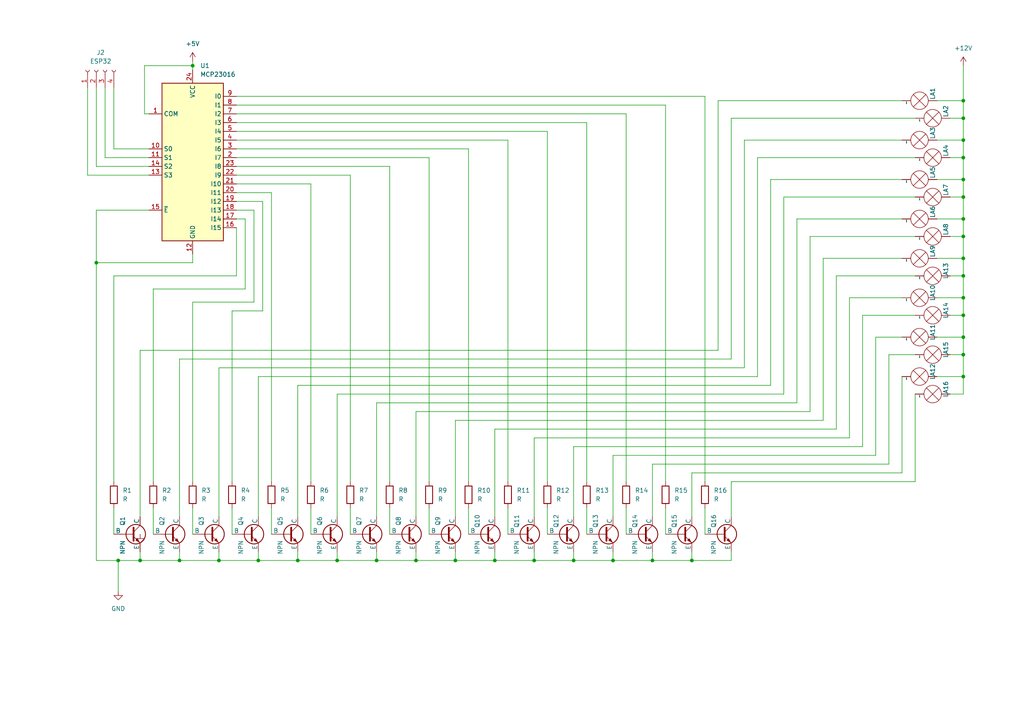
<source format=kicad_sch>
(kicad_sch (version 20230121) (generator eeschema)
  (paper "A4")
  (lib_symbols
    (symbol "74xx:CD74HC4067M"
      (property "Reference" "U" (at -8.89 22.86 0))
      (property "Value" "CD74HC4067M" (at 1.27 22.86 0))
      (symbol "CD74HC4067M_0_1"
        (rectangle (start -8.89 21.59) (end 8.89 -24.13) (stroke (width 0.254)) (fill (type background)))
      )
      (symbol "CD74HC4067M_1_1"
        (pin passive line (at -12.7 12.7 0) (length 3.81) (name "COM") (number "1"))
        (pin input line (at -12.7 2.54 0) (length 3.81) (name "S0") (number "10"))
        (pin input line (at -12.7 0 0) (length 3.81) (name "S1") (number "11"))
        (pin power_in line (at 0 -27.94 90) (length 3.81) (name "GND") (number "12"))
        (pin input line (at -12.7 -5.08 0) (length 3.81) (name "S3") (number "13"))
        (pin input line (at -12.7 -2.54 0) (length 3.81) (name "S2") (number "14"))
        (pin input line (at -12.7 -15.24 0) (length 3.81) (name "~{E}") (number "15"))
        (pin passive line (at 12.7 -20.32 180) (length 3.81) (name "I15") (number "16"))
        (pin passive line (at 12.7 -17.78 180) (length 3.81) (name "I14") (number "17"))
        (pin passive line (at 12.7 -15.24 180) (length 3.81) (name "I13") (number "18"))
        (pin passive line (at 12.7 -12.7 180) (length 3.81) (name "I12") (number "19"))
        (pin passive line (at 12.7 0 180) (length 3.81) (name "I7") (number "2"))
        (pin passive line (at 12.7 -10.16 180) (length 3.81) (name "I11") (number "20"))
        (pin passive line (at 12.7 -7.62 180) (length 3.81) (name "I10") (number "21"))
        (pin passive line (at 12.7 -5.08 180) (length 3.81) (name "I9") (number "22"))
        (pin passive line (at 12.7 -2.54 180) (length 3.81) (name "I8") (number "23"))
        (pin power_in line (at 0 25.4 270) (length 3.81) (name "VCC") (number "24"))
        (pin passive line (at 12.7 2.54 180) (length 3.81) (name "I6") (number "3"))
        (pin passive line (at 12.7 5.08 180) (length 3.81) (name "I5") (number "4"))
        (pin passive line (at 12.7 7.62 180) (length 3.81) (name "I4") (number "5"))
        (pin passive line (at 12.7 10.16 180) (length 3.81) (name "I3") (number "6"))
        (pin passive line (at 12.7 12.7 180) (length 3.81) (name "I2") (number "7"))
        (pin passive line (at 12.7 15.24 180) (length 3.81) (name "I1") (number "8"))
        (pin passive line (at 12.7 17.78 180) (length 3.81) (name "I0") (number "9"))
      )
    )
    (symbol "Connector:Conn_01x04_Socket" (pin_names (offset 1.016) hide)
      (property "Reference" "J" (at 0 5.08 0))
      (property "Value" "Conn_01x04_Socket" (at 0 -7.62 0))
      (symbol "Conn_01x04_Socket_1_1"
        (arc (start 0 -4.572) (mid -0.5058 -5.08) (end 0 -5.588) (stroke (width 0.1524)))
        (arc (start 0 -2.032) (mid -0.5058 -2.54) (end 0 -3.048) (stroke (width 0.1524)))
        (polyline (pts (xy -1.27 -5.08) (xy -0.508 -5.08)) (stroke (width 0.1524)))
        (polyline (pts (xy -1.27 -2.54) (xy -0.508 -2.54)) (stroke (width 0.1524)))
        (polyline (pts (xy -1.27 0) (xy -0.508 0)) (stroke (width 0.1524)))
        (polyline (pts (xy -1.27 2.54) (xy -0.508 2.54)) (stroke (width 0.1524)))
        (arc (start 0 0.508) (mid -0.5058 0) (end 0 -0.508) (stroke (width 0.1524)))
        (arc (start 0 3.048) (mid -0.5058 2.54) (end 0 2.032) (stroke (width 0.1524)))
        (pin passive line (at -5.08 2.54 0) (length 3.81) (name "Pin_1") (number "1"))
        (pin passive line (at -5.08 0 0) (length 3.81) (name "Pin_2") (number "2"))
        (pin passive line (at -5.08 -2.54 0) (length 3.81) (name "Pin_3") (number "3"))
        (pin passive line (at -5.08 -5.08 0) (length 3.81) (name "Pin_4") (number "4"))
      )
    )
    (symbol "Device:Lamp" (pin_numbers hide) (pin_names (offset 0.0254) hide)
      (property "Reference" "LA" (at 0.635 3.81 0))
      (property "Value" "Lamp" (at 0.635 -3.81 0))
      (symbol "Lamp_0_1"
        (polyline (pts (xy -1.778 1.778) (xy 1.778 -1.778)))
        (polyline (pts (xy 1.778 1.778) (xy -1.778 -1.778)))
        (circle (center 0 0) (radius 2.54))
      )
      (symbol "Lamp_1_1"
        (pin passive line (at 0 -5.08 90) (length 2.54) (name "-") (number "1"))
        (pin passive line (at 0 5.08 270) (length 2.54) (name "+") (number "2"))
      )
    )
    (symbol "Device:R" (pin_numbers hide) (pin_names (offset 0))
      (property "Reference" "R" (at 2.032 0 90))
      (property "Value" "R" (at 0 0 90))
      (symbol "R_0_1"
        (rectangle (start -1.016 -2.54) (end 1.016 2.54) (stroke (width 0.254)))
      )
      (symbol "R_1_1"
        (pin passive line (at 0 3.81 270) (length 1.27) (name "~") (number "1"))
        (pin passive line (at 0 -3.81 90) (length 1.27) (name "~") (number "2"))
      )
    )
    (symbol "Simulation_SPICE:NPN" (pin_numbers hide) (pin_names (offset 0))
      (property "Reference" "Q" (at -2.54 7.62 0))
      (property "Value" "NPN" (at -2.54 5.08 0))
      (symbol "NPN_0_1"
        (polyline (pts (xy -2.54 0) (xy 0.635 0)) (stroke (width 0.1524)))
        (polyline (pts (xy 0.635 0.635) (xy 2.54 2.54)))
        (polyline (pts (xy 2.794 -1.27) (xy 2.794 -1.27)) (stroke (width 0.1524)))
        (polyline (pts (xy 2.794 -1.27) (xy 2.794 -1.27)) (stroke (width 0.1524)))
        (polyline (pts (xy 0.635 -0.635) (xy 2.54 -2.54) (xy 2.54 -2.54)))
        (polyline (pts (xy 0.635 1.905) (xy 0.635 -1.905) (xy 0.635 -1.905)) (stroke (width 0.508)))
        (polyline (pts (xy 1.27 -1.778) (xy 1.778 -1.27) (xy 2.286 -2.286) (xy 1.27 -1.778) (xy 1.27 -1.778)) (fill (type outline)))
        (circle (center 1.27 0) (radius 2.8194) (stroke (width 0.254)))
      )
      (symbol "NPN_1_1"
        (pin open_collector line (at 2.54 5.08 270) (length 2.54) (name "C") (number "1"))
        (pin input line (at -5.08 0 0) (length 2.54) (name "B") (number "2"))
        (pin open_emitter line (at 2.54 -5.08 90) (length 2.54) (name "E") (number "3"))
      )
    )
    (symbol "power:+12V" (power) (pin_names (offset 0))
      (property "Value" "+12V" (at 0 3.556 0))
      (symbol "+12V_0_1"
        (polyline (pts (xy -0.762 1.27) (xy 0 2.54)))
        (polyline (pts (xy 0 0) (xy 0 2.54)))
        (polyline (pts (xy 0 2.54) (xy 0.762 1.27)))
      )
      (symbol "+12V_1_1"
        (pin power_in line (at 0 0 90) (length 0) hide (name "+12V") (number "1"))
      )
    )
    (symbol "power:+5V" (power) (pin_names (offset 0))
      (property "Value" "+5V" (at 0 3.556 0))
      (symbol "+5V_0_1"
        (polyline (pts (xy -0.762 1.27) (xy 0 2.54)))
        (polyline (pts (xy 0 0) (xy 0 2.54)))
        (polyline (pts (xy 0 2.54) (xy 0.762 1.27)))
      )
      (symbol "+5V_1_1"
        (pin power_in line (at 0 0 90) (length 0) hide (name "+5V") (number "1"))
      )
    )
    (symbol "power:GND" (power) (pin_names (offset 0))
      (property "Value" "GND" (at 0 -3.81 0))
      (symbol "GND_0_1"
        (polyline (pts (xy 0 0) (xy 0 -1.27) (xy 1.27 -1.27) (xy 0 -2.54) (xy -1.27 -1.27) (xy 0 -1.27)))
      )
      (symbol "GND_1_1"
        (pin power_in line (at 0 0 270) (length 0) hide (name "GND") (number "1"))
      )
    )
  )
  (junction (at 279.4 109.22))
  (junction (at 40.64 162.56))
  (junction (at 97.79 162.56))
  (junction (at 279.4 29.21))
  (junction (at 279.4 91.44))
  (junction (at 279.4 45.72))
  (junction (at 279.4 34.29))
  (junction (at 279.4 63.5))
  (junction (at 279.4 74.93))
  (junction (at 63.5 162.56))
  (junction (at 120.65 162.56))
  (junction (at 86.36 162.56))
  (junction (at 52.07 162.56))
  (junction (at 279.4 52.07))
  (junction (at 189.23 162.56))
  (junction (at 55.88 19.05))
  (junction (at 132.08 162.56))
  (junction (at 166.37 162.56))
  (junction (at 279.4 97.79))
  (junction (at 279.4 86.36))
  (junction (at 143.51 162.56))
  (junction (at 74.93 162.56))
  (junction (at 109.22 162.56))
  (junction (at 279.4 68.58))
  (junction (at 279.4 80.01))
  (junction (at 279.4 102.87))
  (junction (at 27.94 76.2))
  (junction (at 34.29 162.56))
  (junction (at 279.4 57.15))
  (junction (at 279.4 40.64))
  (junction (at 177.8 162.56))
  (junction (at 154.94 162.56))
  (junction (at 200.66 162.56))
  (wire (pts (xy 109.22 116.84) (xy 231.14 116.84)))
  (wire (pts (xy 181.61 139.7) (xy 181.61 33.02)))
  (wire (pts (xy 86.36 160.02) (xy 86.36 162.56)))
  (wire (pts (xy 101.6 147.32) (xy 101.6 154.94)))
  (wire (pts (xy 55.88 87.63) (xy 55.88 139.7)))
  (wire (pts (xy 279.4 114.3) (xy 279.4 109.22)))
  (wire (pts (xy 68.58 48.26) (xy 113.03 48.26)))
  (wire (pts (xy 132.08 121.92) (xy 238.76 121.92)))
  (wire (pts (xy 242.57 124.46) (xy 242.57 80.01)))
  (wire (pts (xy 234.95 68.58) (xy 234.95 119.38)))
  (wire (pts (xy 68.58 43.18) (xy 135.89 43.18)))
  (wire (pts (xy 147.32 147.32) (xy 147.32 154.94)))
  (wire (pts (xy 68.58 60.96) (xy 73.66 60.96)))
  (wire (pts (xy 177.8 160.02) (xy 177.8 162.56)))
  (wire (pts (xy 74.93 109.22) (xy 219.71 109.22)))
  (wire (pts (xy 74.93 162.56) (xy 63.5 162.56)))
  (wire (pts (xy 208.28 29.21) (xy 208.28 101.6)))
  (wire (pts (xy 44.45 147.32) (xy 44.45 154.94)))
  (wire (pts (xy 177.8 149.86) (xy 177.8 132.08)))
  (wire (pts (xy 67.31 147.32) (xy 67.31 154.94)))
  (wire (pts (xy 40.64 101.6) (xy 208.28 101.6)))
  (wire (pts (xy 279.4 57.15) (xy 279.4 52.07)))
  (wire (pts (xy 193.04 139.7) (xy 193.04 30.48)))
  (wire (pts (xy 279.4 45.72) (xy 279.4 40.64)))
  (wire (pts (xy 219.71 45.72) (xy 219.71 109.22)))
  (wire (pts (xy 68.58 27.94) (xy 204.47 27.94)))
  (wire (pts (xy 135.89 139.7) (xy 135.89 43.18)))
  (wire (pts (xy 86.36 149.86) (xy 86.36 111.76)))
  (wire (pts (xy 25.4 50.8) (xy 43.18 50.8)))
  (wire (pts (xy 67.31 90.17) (xy 76.2 90.17)))
  (wire (pts (xy 76.2 90.17) (xy 76.2 58.42)))
  (wire (pts (xy 55.88 73.66) (xy 55.88 76.2)))
  (wire (pts (xy 34.29 162.56) (xy 34.29 171.45)))
  (wire (pts (xy 90.17 139.7) (xy 90.17 53.34)))
  (wire (pts (xy 275.59 45.72) (xy 279.4 45.72)))
  (wire (pts (xy 86.36 162.56) (xy 74.93 162.56)))
  (wire (pts (xy 271.78 52.07) (xy 279.4 52.07)))
  (wire (pts (xy 189.23 160.02) (xy 189.23 162.56)))
  (wire (pts (xy 271.78 74.93) (xy 279.4 74.93)))
  (wire (pts (xy 27.94 48.26) (xy 43.18 48.26)))
  (wire (pts (xy 74.93 160.02) (xy 74.93 162.56)))
  (wire (pts (xy 132.08 162.56) (xy 143.51 162.56)))
  (wire (pts (xy 68.58 66.04) (xy 68.58 80.01)))
  (wire (pts (xy 275.59 57.15) (xy 279.4 57.15)))
  (wire (pts (xy 223.52 111.76) (xy 223.52 52.07)))
  (wire (pts (xy 158.75 139.7) (xy 158.75 38.1)))
  (wire (pts (xy 170.18 147.32) (xy 170.18 154.94)))
  (wire (pts (xy 124.46 147.32) (xy 124.46 154.94)))
  (wire (pts (xy 271.78 109.22) (xy 279.4 109.22)))
  (wire (pts (xy 170.18 35.56) (xy 170.18 139.7)))
  (wire (pts (xy 44.45 83.82) (xy 71.12 83.82)))
  (wire (pts (xy 120.65 162.56) (xy 109.22 162.56)))
  (wire (pts (xy 97.79 162.56) (xy 86.36 162.56)))
  (wire (pts (xy 120.65 119.38) (xy 234.95 119.38)))
  (wire (pts (xy 275.59 114.3) (xy 279.4 114.3)))
  (wire (pts (xy 68.58 80.01) (xy 33.02 80.01)))
  (wire (pts (xy 279.4 86.36) (xy 279.4 80.01)))
  (wire (pts (xy 212.09 139.7) (xy 265.43 139.7)))
  (wire (pts (xy 143.51 162.56) (xy 154.94 162.56)))
  (wire (pts (xy 275.59 68.58) (xy 279.4 68.58)))
  (wire (pts (xy 43.18 60.96) (xy 27.94 60.96)))
  (wire (pts (xy 67.31 139.7) (xy 67.31 90.17)))
  (wire (pts (xy 63.5 162.56) (xy 52.07 162.56)))
  (wire (pts (xy 231.14 63.5) (xy 261.62 63.5)))
  (wire (pts (xy 166.37 160.02) (xy 166.37 162.56)))
  (wire (pts (xy 271.78 86.36) (xy 279.4 86.36)))
  (wire (pts (xy 109.22 116.84) (xy 109.22 149.86)))
  (wire (pts (xy 212.09 160.02) (xy 212.09 162.56)))
  (wire (pts (xy 257.81 134.62) (xy 257.81 102.87)))
  (wire (pts (xy 63.5 106.68) (xy 215.9 106.68)))
  (wire (pts (xy 242.57 80.01) (xy 265.43 80.01)))
  (wire (pts (xy 97.79 160.02) (xy 97.79 162.56)))
  (wire (pts (xy 154.94 162.56) (xy 166.37 162.56)))
  (wire (pts (xy 204.47 147.32) (xy 204.47 154.94)))
  (wire (pts (xy 189.23 162.56) (xy 200.66 162.56)))
  (wire (pts (xy 143.51 124.46) (xy 143.51 149.86)))
  (wire (pts (xy 261.62 137.16) (xy 261.62 109.22)))
  (wire (pts (xy 238.76 121.92) (xy 238.76 74.93)))
  (wire (pts (xy 68.58 50.8) (xy 101.6 50.8)))
  (wire (pts (xy 132.08 160.02) (xy 132.08 162.56)))
  (wire (pts (xy 120.65 162.56) (xy 132.08 162.56)))
  (wire (pts (xy 275.59 91.44) (xy 279.4 91.44)))
  (wire (pts (xy 41.91 19.05) (xy 55.88 19.05)))
  (wire (pts (xy 97.79 114.3) (xy 97.79 149.86)))
  (wire (pts (xy 52.07 104.14) (xy 52.07 149.86)))
  (wire (pts (xy 74.93 149.86) (xy 74.93 109.22)))
  (wire (pts (xy 212.09 34.29) (xy 265.43 34.29)))
  (wire (pts (xy 55.88 19.05) (xy 55.88 20.32)))
  (wire (pts (xy 279.4 68.58) (xy 279.4 63.5)))
  (wire (pts (xy 212.09 104.14) (xy 212.09 34.29)))
  (wire (pts (xy 275.59 102.87) (xy 279.4 102.87)))
  (wire (pts (xy 279.4 102.87) (xy 279.4 97.79)))
  (wire (pts (xy 271.78 63.5) (xy 279.4 63.5)))
  (wire (pts (xy 52.07 160.02) (xy 52.07 162.56)))
  (wire (pts (xy 250.19 129.54) (xy 250.19 91.44)))
  (wire (pts (xy 124.46 139.7) (xy 124.46 45.72)))
  (wire (pts (xy 135.89 147.32) (xy 135.89 154.94)))
  (wire (pts (xy 97.79 114.3) (xy 227.33 114.3)))
  (wire (pts (xy 279.4 34.29) (xy 279.4 29.21)))
  (wire (pts (xy 113.03 147.32) (xy 113.03 154.94)))
  (wire (pts (xy 166.37 129.54) (xy 250.19 129.54)))
  (wire (pts (xy 63.5 160.02) (xy 63.5 162.56)))
  (wire (pts (xy 200.66 137.16) (xy 261.62 137.16)))
  (wire (pts (xy 109.22 162.56) (xy 97.79 162.56)))
  (wire (pts (xy 68.58 33.02) (xy 181.61 33.02)))
  (wire (pts (xy 200.66 162.56) (xy 200.66 160.02)))
  (wire (pts (xy 68.58 40.64) (xy 147.32 40.64)))
  (wire (pts (xy 154.94 127) (xy 246.38 127)))
  (wire (pts (xy 212.09 162.56) (xy 200.66 162.56)))
  (wire (pts (xy 279.4 80.01) (xy 279.4 74.93)))
  (wire (pts (xy 143.51 124.46) (xy 242.57 124.46)))
  (wire (pts (xy 279.4 52.07) (xy 279.4 45.72)))
  (wire (pts (xy 68.58 35.56) (xy 170.18 35.56)))
  (wire (pts (xy 271.78 40.64) (xy 279.4 40.64)))
  (wire (pts (xy 68.58 45.72) (xy 124.46 45.72)))
  (wire (pts (xy 265.43 139.7) (xy 265.43 114.3)))
  (wire (pts (xy 212.09 149.86) (xy 212.09 139.7)))
  (wire (pts (xy 40.64 160.02) (xy 40.64 162.56)))
  (wire (pts (xy 238.76 74.93) (xy 261.62 74.93)))
  (wire (pts (xy 265.43 68.58) (xy 234.95 68.58)))
  (wire (pts (xy 257.81 102.87) (xy 265.43 102.87)))
  (wire (pts (xy 40.64 149.86) (xy 40.64 101.6)))
  (wire (pts (xy 33.02 147.32) (xy 33.02 154.94)))
  (wire (pts (xy 55.88 147.32) (xy 55.88 154.94)))
  (wire (pts (xy 189.23 149.86) (xy 189.23 134.62)))
  (wire (pts (xy 33.02 43.18) (xy 43.18 43.18)))
  (wire (pts (xy 166.37 162.56) (xy 177.8 162.56)))
  (wire (pts (xy 279.4 63.5) (xy 279.4 57.15)))
  (wire (pts (xy 120.65 149.86) (xy 120.65 119.38)))
  (wire (pts (xy 271.78 97.79) (xy 279.4 97.79)))
  (wire (pts (xy 73.66 60.96) (xy 73.66 87.63)))
  (wire (pts (xy 250.19 91.44) (xy 265.43 91.44)))
  (wire (pts (xy 154.94 160.02) (xy 154.94 162.56)))
  (wire (pts (xy 27.94 76.2) (xy 27.94 162.56)))
  (wire (pts (xy 44.45 139.7) (xy 44.45 83.82)))
  (wire (pts (xy 177.8 162.56) (xy 189.23 162.56)))
  (wire (pts (xy 279.4 74.93) (xy 279.4 68.58)))
  (wire (pts (xy 254 97.79) (xy 261.62 97.79)))
  (wire (pts (xy 78.74 147.32) (xy 78.74 154.94)))
  (wire (pts (xy 55.88 17.78) (xy 55.88 19.05)))
  (wire (pts (xy 101.6 139.7) (xy 101.6 50.8)))
  (wire (pts (xy 279.4 109.22) (xy 279.4 102.87)))
  (wire (pts (xy 68.58 53.34) (xy 90.17 53.34)))
  (wire (pts (xy 200.66 137.16) (xy 200.66 149.86)))
  (wire (pts (xy 265.43 45.72) (xy 219.71 45.72)))
  (wire (pts (xy 73.66 87.63) (xy 55.88 87.63)))
  (wire (pts (xy 68.58 58.42) (xy 76.2 58.42)))
  (wire (pts (xy 275.59 34.29) (xy 279.4 34.29)))
  (wire (pts (xy 40.64 162.56) (xy 34.29 162.56)))
  (wire (pts (xy 261.62 29.21) (xy 208.28 29.21)))
  (wire (pts (xy 181.61 147.32) (xy 181.61 154.94)))
  (wire (pts (xy 30.48 45.72) (xy 43.18 45.72)))
  (wire (pts (xy 279.4 29.21) (xy 279.4 19.05)))
  (wire (pts (xy 120.65 160.02) (xy 120.65 162.56)))
  (wire (pts (xy 43.18 33.02) (xy 41.91 33.02)))
  (wire (pts (xy 52.07 104.14) (xy 212.09 104.14)))
  (wire (pts (xy 132.08 149.86) (xy 132.08 121.92)))
  (wire (pts (xy 52.07 162.56) (xy 40.64 162.56)))
  (wire (pts (xy 154.94 149.86) (xy 154.94 127)))
  (wire (pts (xy 33.02 80.01) (xy 33.02 139.7)))
  (wire (pts (xy 271.78 29.21) (xy 279.4 29.21)))
  (wire (pts (xy 147.32 139.7) (xy 147.32 40.64)))
  (wire (pts (xy 189.23 134.62) (xy 257.81 134.62)))
  (wire (pts (xy 143.51 160.02) (xy 143.51 162.56)))
  (wire (pts (xy 204.47 139.7) (xy 204.47 27.94)))
  (wire (pts (xy 68.58 63.5) (xy 71.12 63.5)))
  (wire (pts (xy 265.43 57.15) (xy 227.33 57.15)))
  (wire (pts (xy 68.58 55.88) (xy 78.74 55.88)))
  (wire (pts (xy 231.14 116.84) (xy 231.14 63.5)))
  (wire (pts (xy 27.94 60.96) (xy 27.94 76.2)))
  (wire (pts (xy 254 132.08) (xy 254 97.79)))
  (wire (pts (xy 68.58 30.48) (xy 193.04 30.48)))
  (wire (pts (xy 215.9 106.68) (xy 215.9 40.64)))
  (wire (pts (xy 223.52 52.07) (xy 261.62 52.07)))
  (wire (pts (xy 33.02 25.4) (xy 33.02 43.18)))
  (wire (pts (xy 63.5 106.68) (xy 63.5 149.86)))
  (wire (pts (xy 68.58 38.1) (xy 158.75 38.1)))
  (wire (pts (xy 113.03 139.7) (xy 113.03 48.26)))
  (wire (pts (xy 246.38 127) (xy 246.38 86.36)))
  (wire (pts (xy 109.22 160.02) (xy 109.22 162.56)))
  (wire (pts (xy 41.91 33.02) (xy 41.91 19.05)))
  (wire (pts (xy 279.4 40.64) (xy 279.4 34.29)))
  (wire (pts (xy 279.4 91.44) (xy 279.4 86.36)))
  (wire (pts (xy 193.04 147.32) (xy 193.04 154.94)))
  (wire (pts (xy 90.17 147.32) (xy 90.17 154.94)))
  (wire (pts (xy 25.4 25.4) (xy 25.4 50.8)))
  (wire (pts (xy 78.74 139.7) (xy 78.74 55.88)))
  (wire (pts (xy 215.9 40.64) (xy 261.62 40.64)))
  (wire (pts (xy 177.8 132.08) (xy 254 132.08)))
  (wire (pts (xy 158.75 147.32) (xy 158.75 154.94)))
  (wire (pts (xy 86.36 111.76) (xy 223.52 111.76)))
  (wire (pts (xy 166.37 149.86) (xy 166.37 129.54)))
  (wire (pts (xy 279.4 97.79) (xy 279.4 91.44)))
  (wire (pts (xy 227.33 57.15) (xy 227.33 114.3)))
  (wire (pts (xy 27.94 25.4) (xy 27.94 48.26)))
  (wire (pts (xy 30.48 25.4) (xy 30.48 45.72)))
  (wire (pts (xy 246.38 86.36) (xy 261.62 86.36)))
  (wire (pts (xy 275.59 80.01) (xy 279.4 80.01)))
  (wire (pts (xy 27.94 162.56) (xy 34.29 162.56)))
  (wire (pts (xy 55.88 76.2) (xy 27.94 76.2)))
  (wire (pts (xy 71.12 83.82) (xy 71.12 63.5)))
  (symbol (lib_id "Simulation_SPICE:NPN") (at 49.53 154.94 0) (unit 1)
    (property "Reference" "Q2" (at 46.99 151.13 90))
    (property "Value" "NPN" (at 46.99 158.75 90))
    (property "Sim.Device" "NPN" (effects hide))
    (property "Sim.Type" "GUMMELPOON" (effects hide))
    (property "Sim.Pins" "1=C 2=B 3=E" (effects hide))
  )
  (symbol (lib_id "Device:R") (at 124.46 143.51 0) (unit 1)
    (property "Reference" "R9" (at 127 142.24 0) (effects (justify left)))
    (property "Value" "R" (at 127 144.78 0) (effects (justify left)))
  )
  (symbol (lib_id "Device:R") (at 204.47 143.51 0) (unit 1)
    (property "Reference" "R16" (at 207.01 142.24 0) (effects (justify left)))
    (property "Value" "R" (at 207.01 144.78 0) (effects (justify left)))
  )
  (symbol (lib_id "Device:Lamp") (at 266.7 63.5 270) (unit 1)
    (property "Reference" "LA6" (at 270.51 59.69 0) (effects (justify left)))
    (property "Value" "~" (at 262.89 63.5 0) (effects (justify left)))
  )
  (symbol (lib_id "Device:Lamp") (at 266.7 29.21 270) (unit 1)
    (property "Reference" "LA1" (at 270.51 25.4 0) (effects (justify left)))
    (property "Value" "~" (at 262.89 29.21 0) (effects (justify left)))
  )
  (symbol (lib_id "power:GND") (at 34.29 171.45 0) (unit 1)
    (property "Reference" "#PWR02" (effects hide))
    (property "Value" "GND" (at 34.29 176.53 0))
  )
  (symbol (lib_id "Simulation_SPICE:NPN") (at 118.11 154.94 0) (unit 1)
    (property "Reference" "Q8" (at 115.57 151.13 90))
    (property "Value" "NPN" (at 115.57 158.75 90))
    (property "Sim.Device" "NPN" (effects hide))
    (property "Sim.Type" "GUMMELPOON" (effects hide))
    (property "Sim.Pins" "1=C 2=B 3=E" (effects hide))
  )
  (symbol (lib_id "Device:Lamp") (at 270.51 34.29 270) (unit 1)
    (property "Reference" "LA2" (at 274.32 30.48 0) (effects (justify left)))
    (property "Value" "~" (at 266.7 34.29 0) (effects (justify left)))
  )
  (symbol (lib_id "Device:R") (at 44.45 143.51 0) (unit 1)
    (property "Reference" "R2" (at 46.99 142.24 0) (effects (justify left)))
    (property "Value" "R" (at 46.99 144.78 0) (effects (justify left)))
  )
  (symbol (lib_id "Device:Lamp") (at 270.51 91.44 270) (unit 1)
    (property "Reference" "LA14" (at 274.32 87.63 0) (effects (justify left)))
    (property "Value" "~" (at 266.7 91.44 0) (effects (justify left)))
  )
  (symbol (lib_id "Device:Lamp") (at 270.51 114.3 270) (unit 1)
    (property "Reference" "LA16" (at 274.32 110.49 0) (effects (justify left)))
    (property "Value" "~" (at 266.7 114.3 0) (effects (justify left)))
  )
  (symbol (lib_id "power:+12V") (at 279.4 19.05 0) (unit 1)
    (property "Reference" "#PWR04" (effects hide))
    (property "Value" "+12V" (at 279.4 13.97 0))
  )
  (symbol (lib_id "Device:Lamp") (at 266.7 86.36 270) (unit 1)
    (property "Reference" "LA10" (at 270.51 82.55 0) (effects (justify left)))
    (property "Value" "~" (at 262.89 86.36 0) (effects (justify left)))
  )
  (symbol (lib_id "Device:R") (at 78.74 143.51 0) (unit 1)
    (property "Reference" "R5" (at 81.28 142.24 0) (effects (justify left)))
    (property "Value" "R" (at 81.28 144.78 0) (effects (justify left)))
  )
  (symbol (lib_id "Simulation_SPICE:NPN") (at 209.55 154.94 0) (unit 1)
    (property "Reference" "Q16" (at 207.01 151.13 90))
    (property "Value" "NPN" (at 207.01 158.75 90))
    (property "Sim.Device" "NPN" (effects hide))
    (property "Sim.Type" "GUMMELPOON" (effects hide))
    (property "Sim.Pins" "1=C 2=B 3=E" (effects hide))
  )
  (symbol (lib_id "Device:R") (at 135.89 143.51 0) (unit 1)
    (property "Reference" "R10" (at 138.43 142.24 0) (effects (justify left)))
    (property "Value" "R" (at 138.43 144.78 0) (effects (justify left)))
  )
  (symbol (lib_id "Simulation_SPICE:NPN") (at 38.1 154.94 0) (unit 1)
    (property "Reference" "Q1" (at 35.56 151.13 90))
    (property "Value" "NPN" (at 35.56 158.75 90))
    (property "Sim.Device" "NPN" (effects hide))
    (property "Sim.Type" "GUMMELPOON" (effects hide))
    (property "Sim.Pins" "1=C 2=B 3=E" (effects hide))
  )
  (symbol (lib_id "Device:R") (at 101.6 143.51 0) (unit 1)
    (property "Reference" "R7" (at 104.14 142.24 0) (effects (justify left)))
    (property "Value" "R" (at 104.14 144.78 0) (effects (justify left)))
  )
  (symbol (lib_id "Device:R") (at 67.31 143.51 0) (unit 1)
    (property "Reference" "R4" (at 69.85 142.24 0) (effects (justify left)))
    (property "Value" "R" (at 69.85 144.78 0) (effects (justify left)))
  )
  (symbol (lib_id "Simulation_SPICE:NPN") (at 140.97 154.94 0) (unit 1)
    (property "Reference" "Q10" (at 138.43 151.13 90))
    (property "Value" "NPN" (at 138.43 158.75 90))
    (property "Sim.Device" "NPN" (effects hide))
    (property "Sim.Type" "GUMMELPOON" (effects hide))
    (property "Sim.Pins" "1=C 2=B 3=E" (effects hide))
  )
  (symbol (lib_id "Simulation_SPICE:NPN") (at 152.4 154.94 0) (unit 1)
    (property "Reference" "Q11" (at 149.86 151.13 90))
    (property "Value" "NPN" (at 149.86 158.75 90))
    (property "Sim.Device" "NPN" (effects hide))
    (property "Sim.Type" "GUMMELPOON" (effects hide))
    (property "Sim.Pins" "1=C 2=B 3=E" (effects hide))
  )
  (symbol (lib_id "Simulation_SPICE:NPN") (at 129.54 154.94 0) (unit 1)
    (property "Reference" "Q9" (at 127 151.13 90))
    (property "Value" "NPN" (at 127 158.75 90))
    (property "Sim.Device" "NPN" (effects hide))
    (property "Sim.Type" "GUMMELPOON" (effects hide))
    (property "Sim.Pins" "1=C 2=B 3=E" (effects hide))
  )
  (symbol (lib_id "Simulation_SPICE:NPN") (at 72.39 154.94 0) (unit 1)
    (property "Reference" "Q4" (at 69.85 151.13 90))
    (property "Value" "NPN" (at 69.85 158.75 90))
    (property "Sim.Device" "NPN" (effects hide))
    (property "Sim.Type" "GUMMELPOON" (effects hide))
    (property "Sim.Pins" "1=C 2=B 3=E" (effects hide))
  )
  (symbol (lib_id "Device:R") (at 170.18 143.51 0) (unit 1)
    (property "Reference" "R13" (at 172.72 142.24 0) (effects (justify left)))
    (property "Value" "R" (at 172.72 144.78 0) (effects (justify left)))
  )
  (symbol (lib_id "Simulation_SPICE:NPN") (at 60.96 154.94 0) (unit 1)
    (property "Reference" "Q3" (at 58.42 151.13 90))
    (property "Value" "NPN" (at 58.42 158.75 90))
    (property "Sim.Device" "NPN" (effects hide))
    (property "Sim.Type" "GUMMELPOON" (effects hide))
    (property "Sim.Pins" "1=C 2=B 3=E" (effects hide))
  )
  (symbol (lib_id "Simulation_SPICE:NPN") (at 163.83 154.94 0) (unit 1)
    (property "Reference" "Q12" (at 161.29 151.13 90))
    (property "Value" "NPN" (at 161.29 158.75 90))
    (property "Sim.Device" "NPN" (effects hide))
    (property "Sim.Type" "GUMMELPOON" (effects hide))
    (property "Sim.Pins" "1=C 2=B 3=E" (effects hide))
  )
  (symbol (lib_id "Device:Lamp") (at 270.51 45.72 270) (unit 1)
    (property "Reference" "LA4" (at 274.32 41.91 0) (effects (justify left)))
    (property "Value" "~" (at 266.7 45.72 0) (effects (justify left)))
  )
  (symbol (lib_id "power:GND") (at 40.64 154.94 0) (unit 1)
    (property "Reference" "#PWR01" (effects hide))
    (property "Value" "GND" (effects hide))
  )
  (symbol (lib_id "Simulation_SPICE:NPN") (at 175.26 154.94 0) (unit 1)
    (property "Reference" "Q13" (at 172.72 151.13 90))
    (property "Value" "NPN" (at 172.72 158.75 90))
    (property "Sim.Device" "NPN" (effects hide))
    (property "Sim.Type" "GUMMELPOON" (effects hide))
    (property "Sim.Pins" "1=C 2=B 3=E" (effects hide))
  )
  (symbol (lib_id "Device:R") (at 90.17 143.51 0) (unit 1)
    (property "Reference" "R6" (at 92.71 142.24 0) (effects (justify left)))
    (property "Value" "R" (at 92.71 144.78 0) (effects (justify left)))
  )
  (symbol (lib_id "Device:Lamp") (at 266.7 109.22 270) (unit 1)
    (property "Reference" "LA12" (at 270.51 105.41 0) (effects (justify left)))
    (property "Value" "~" (at 262.89 109.22 0) (effects (justify left)))
  )
  (symbol (lib_id "Simulation_SPICE:NPN") (at 83.82 154.94 0) (unit 1)
    (property "Reference" "Q5" (at 81.28 151.13 90))
    (property "Value" "NPN" (at 81.28 158.75 90))
    (property "Sim.Device" "NPN" (effects hide))
    (property "Sim.Type" "GUMMELPOON" (effects hide))
    (property "Sim.Pins" "1=C 2=B 3=E" (effects hide))
  )
  (symbol (lib_id "Simulation_SPICE:NPN") (at 186.69 154.94 0) (unit 1)
    (property "Reference" "Q14" (at 184.15 151.13 90))
    (property "Value" "NPN" (at 184.15 158.75 90))
    (property "Sim.Device" "NPN" (effects hide))
    (property "Sim.Type" "GUMMELPOON" (effects hide))
    (property "Sim.Pins" "1=C 2=B 3=E" (effects hide))
  )
  (symbol (lib_id "Device:Lamp") (at 266.7 52.07 270) (unit 1)
    (property "Reference" "LA5" (at 270.51 48.26 0) (effects (justify left)))
    (property "Value" "~" (at 262.89 52.07 0) (effects (justify left)))
  )
  (symbol (lib_id "Device:R") (at 193.04 143.51 0) (unit 1)
    (property "Reference" "R15" (at 195.58 142.24 0) (effects (justify left)))
    (property "Value" "R" (at 195.58 144.78 0) (effects (justify left)))
  )
  (symbol (lib_id "Device:Lamp") (at 270.51 102.87 270) (unit 1)
    (property "Reference" "LA15" (at 274.32 99.06 0) (effects (justify left)))
    (property "Value" "~" (at 266.7 102.87 0) (effects (justify left)))
  )
  (symbol (lib_id "Device:Lamp") (at 270.51 80.01 270) (unit 1)
    (property "Reference" "LA13" (at 274.32 76.2 0) (effects (justify left)))
    (property "Value" "~" (at 266.7 80.01 0) (effects (justify left)))
  )
  (symbol (lib_id "Device:R") (at 33.02 143.51 0) (unit 1)
    (property "Reference" "R1" (at 35.56 142.24 0) (effects (justify left)))
    (property "Value" "R" (at 35.56 144.78 0) (effects (justify left)))
  )
  (symbol (lib_id "Device:Lamp") (at 266.7 40.64 270) (unit 1)
    (property "Reference" "LA3" (at 270.51 36.83 0) (effects (justify left)))
    (property "Value" "~" (at 262.89 40.64 0) (effects (justify left)))
  )
  (symbol (lib_id "Device:R") (at 181.61 143.51 0) (unit 1)
    (property "Reference" "R14" (at 184.15 142.24 0) (effects (justify left)))
    (property "Value" "R" (at 184.15 144.78 0) (effects (justify left)))
  )
  (symbol (lib_id "Device:Lamp") (at 266.7 97.79 270) (unit 1)
    (property "Reference" "LA11" (at 270.51 93.98 0) (effects (justify left)))
    (property "Value" "~" (at 262.89 97.79 0) (effects (justify left)))
  )
  (symbol (lib_id "Simulation_SPICE:NPN") (at 95.25 154.94 0) (unit 1)
    (property "Reference" "Q6" (at 92.71 151.13 90))
    (property "Value" "NPN" (at 92.71 158.75 90))
    (property "Sim.Device" "NPN" (effects hide))
    (property "Sim.Type" "GUMMELPOON" (effects hide))
    (property "Sim.Pins" "1=C 2=B 3=E" (effects hide))
  )
  (symbol (lib_id "Device:Lamp") (at 270.51 68.58 270) (unit 1)
    (property "Reference" "LA8" (at 274.32 64.77 0) (effects (justify left)))
    (property "Value" "~" (at 266.7 68.58 0) (effects (justify left)))
  )
  (symbol (lib_id "Connector:Conn_01x04_Socket") (at 27.94 20.32 90) (unit 1)
    (property "Reference" "J2" (at 29.21 15.24 90))
    (property "Value" "ESP32" (at 29.21 17.78 90))
  )
  (symbol (lib_id "Device:Lamp") (at 266.7 74.93 270) (unit 1)
    (property "Reference" "LA9" (at 270.51 71.12 0) (effects (justify left)))
    (property "Value" "~" (at 262.89 74.93 0) (effects (justify left)))
  )
  (symbol (lib_id "Device:R") (at 147.32 143.51 0) (unit 1)
    (property "Reference" "R11" (at 149.86 142.24 0) (effects (justify left)))
    (property "Value" "R" (at 149.86 144.78 0) (effects (justify left)))
  )
  (symbol (lib_id "74xx:CD74HC4067M") (at 55.88 45.72 0) (unit 1)
    (property "Reference" "U1" (at 58.0741 19.05 0) (effects (justify left)))
    (property "Value" "MCP23016" (at 58.0741 21.59 0) (effects (justify left)))
    (property "Footprint" "Package_SO:SOIC-24W_7.5x15.4mm_P1.27mm" (effects hide))
    (property "Datasheet" "http://www.ti.com/lit/ds/symlink/cd74hc4067.pdf" (effects hide))
  )
  (symbol (lib_id "Device:R") (at 158.75 143.51 0) (unit 1)
    (property "Reference" "R12" (at 161.29 142.24 0) (effects (justify left)))
    (property "Value" "R" (at 161.29 144.78 0) (effects (justify left)))
  )
  (symbol (lib_id "power:+5V") (at 55.88 17.78 0) (unit 1)
    (property "Reference" "#PWR03" (effects hide))
    (property "Value" "+5V" (at 55.88 12.7 0))
  )
  (symbol (lib_id "Device:Lamp") (at 270.51 57.15 270) (unit 1)
    (property "Reference" "LA7" (at 274.32 53.34 0) (effects (justify left)))
    (property "Value" "~" (at 266.7 57.15 0) (effects (justify left)))
  )
  (symbol (lib_id "Simulation_SPICE:NPN") (at 106.68 154.94 0) (unit 1)
    (property "Reference" "Q7" (at 104.14 151.13 90))
    (property "Value" "NPN" (at 104.14 158.75 90))
    (property "Sim.Device" "NPN" (effects hide))
    (property "Sim.Type" "GUMMELPOON" (effects hide))
    (property "Sim.Pins" "1=C 2=B 3=E" (effects hide))
  )
  (symbol (lib_id "Device:R") (at 113.03 143.51 0) (unit 1)
    (property "Reference" "R8" (at 115.57 142.24 0) (effects (justify left)))
    (property "Value" "R" (at 115.57 144.78 0) (effects (justify left)))
  )
  (symbol (lib_id "Simulation_SPICE:NPN") (at 198.12 154.94 0) (unit 1)
    (property "Reference" "Q15" (at 195.58 151.13 90))
    (property "Value" "NPN" (at 195.58 158.75 90))
    (property "Sim.Device" "NPN" (effects hide))
    (property "Sim.Type" "GUMMELPOON" (effects hide))
    (property "Sim.Pins" "1=C 2=B 3=E" (effects hide))
  )
  (symbol (lib_id "Device:R") (at 55.88 143.51 0) (unit 1)
    (property "Reference" "R3" (at 58.42 142.24 0) (effects (justify left)))
    (property "Value" "R" (at 58.42 144.78 0) (effects (justify left)))
  )
)
</source>
